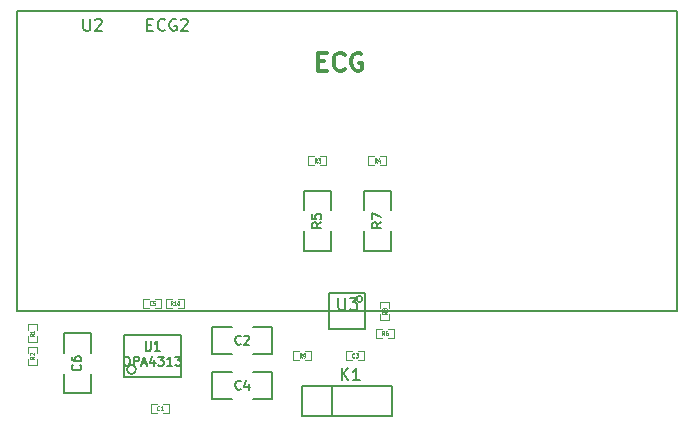
<source format=gto>
G04 (created by PCBNEW (2013-07-07 BZR 4022)-stable) date Friday 29 November 2013 01:10:28 PM IST*
%MOIN*%
G04 Gerber Fmt 3.4, Leading zero omitted, Abs format*
%FSLAX34Y34*%
G01*
G70*
G90*
G04 APERTURE LIST*
%ADD10C,0.00590551*%
%ADD11C,0.011811*%
%ADD12C,0.006*%
%ADD13C,0.008*%
%ADD14C,0.005*%
%ADD15C,0.0028*%
%ADD16C,0.0075*%
G04 APERTURE END LIST*
G54D10*
G54D11*
X26032Y-18679D02*
X26229Y-18679D01*
X26314Y-18989D02*
X26032Y-18989D01*
X26032Y-18398D01*
X26314Y-18398D01*
X26904Y-18932D02*
X26876Y-18960D01*
X26792Y-18989D01*
X26735Y-18989D01*
X26651Y-18960D01*
X26595Y-18904D01*
X26567Y-18848D01*
X26539Y-18735D01*
X26539Y-18651D01*
X26567Y-18539D01*
X26595Y-18482D01*
X26651Y-18426D01*
X26735Y-18398D01*
X26792Y-18398D01*
X26876Y-18426D01*
X26904Y-18454D01*
X27467Y-18426D02*
X27410Y-18398D01*
X27326Y-18398D01*
X27242Y-18426D01*
X27185Y-18482D01*
X27157Y-18539D01*
X27129Y-18651D01*
X27129Y-18735D01*
X27157Y-18848D01*
X27185Y-18904D01*
X27242Y-18960D01*
X27326Y-18989D01*
X27382Y-18989D01*
X27467Y-18960D01*
X27495Y-18932D01*
X27495Y-18735D01*
X27382Y-18735D01*
G54D12*
X27500Y-26600D02*
G75*
G03X27500Y-26600I-100J0D01*
G74*
G01*
X26400Y-26400D02*
X27600Y-26400D01*
X27600Y-26400D02*
X27600Y-27600D01*
X27600Y-27600D02*
X26400Y-27600D01*
X26400Y-27600D02*
X26400Y-26400D01*
G54D13*
X19550Y-27800D02*
X21450Y-27800D01*
X21450Y-27800D02*
X21450Y-29200D01*
X21450Y-29200D02*
X19550Y-29200D01*
X19550Y-29200D02*
X19550Y-27800D01*
X19950Y-28950D02*
G75*
G03X19950Y-28950I-150J0D01*
G74*
G01*
G54D14*
X24500Y-29950D02*
X24500Y-29050D01*
X24500Y-29050D02*
X23850Y-29050D01*
X23150Y-29950D02*
X22500Y-29950D01*
X22500Y-29950D02*
X22500Y-29050D01*
X22500Y-29050D02*
X23150Y-29050D01*
X23850Y-29950D02*
X24500Y-29950D01*
X22500Y-27550D02*
X22500Y-28450D01*
X22500Y-28450D02*
X23150Y-28450D01*
X23850Y-27550D02*
X24500Y-27550D01*
X24500Y-27550D02*
X24500Y-28450D01*
X24500Y-28450D02*
X23850Y-28450D01*
X23150Y-27550D02*
X22500Y-27550D01*
X27550Y-25000D02*
X28450Y-25000D01*
X28450Y-25000D02*
X28450Y-24350D01*
X27550Y-23650D02*
X27550Y-23000D01*
X27550Y-23000D02*
X28450Y-23000D01*
X28450Y-23000D02*
X28450Y-23650D01*
X27550Y-24350D02*
X27550Y-25000D01*
X25550Y-25000D02*
X26450Y-25000D01*
X26450Y-25000D02*
X26450Y-24350D01*
X25550Y-23650D02*
X25550Y-23000D01*
X25550Y-23000D02*
X26450Y-23000D01*
X26450Y-23000D02*
X26450Y-23650D01*
X25550Y-24350D02*
X25550Y-25000D01*
G54D15*
X25900Y-21850D02*
X25700Y-21850D01*
X25700Y-21850D02*
X25700Y-22150D01*
X25700Y-22150D02*
X25900Y-22150D01*
X26100Y-21850D02*
X26300Y-21850D01*
X26300Y-21850D02*
X26300Y-22150D01*
X26300Y-22150D02*
X26100Y-22150D01*
X21150Y-26600D02*
X20950Y-26600D01*
X20950Y-26600D02*
X20950Y-26900D01*
X20950Y-26900D02*
X21150Y-26900D01*
X21350Y-26600D02*
X21550Y-26600D01*
X21550Y-26600D02*
X21550Y-26900D01*
X21550Y-26900D02*
X21350Y-26900D01*
X25600Y-28650D02*
X25800Y-28650D01*
X25800Y-28650D02*
X25800Y-28350D01*
X25800Y-28350D02*
X25600Y-28350D01*
X25400Y-28650D02*
X25200Y-28650D01*
X25200Y-28650D02*
X25200Y-28350D01*
X25200Y-28350D02*
X25400Y-28350D01*
X28150Y-27600D02*
X27950Y-27600D01*
X27950Y-27600D02*
X27950Y-27900D01*
X27950Y-27900D02*
X28150Y-27900D01*
X28350Y-27600D02*
X28550Y-27600D01*
X28550Y-27600D02*
X28550Y-27900D01*
X28550Y-27900D02*
X28350Y-27900D01*
X28400Y-26900D02*
X28400Y-26700D01*
X28400Y-26700D02*
X28100Y-26700D01*
X28100Y-26700D02*
X28100Y-26900D01*
X28400Y-27100D02*
X28400Y-27300D01*
X28400Y-27300D02*
X28100Y-27300D01*
X28100Y-27300D02*
X28100Y-27100D01*
X28100Y-22150D02*
X28300Y-22150D01*
X28300Y-22150D02*
X28300Y-21850D01*
X28300Y-21850D02*
X28100Y-21850D01*
X27900Y-22150D02*
X27700Y-22150D01*
X27700Y-22150D02*
X27700Y-21850D01*
X27700Y-21850D02*
X27900Y-21850D01*
X16650Y-27650D02*
X16650Y-27450D01*
X16650Y-27450D02*
X16350Y-27450D01*
X16350Y-27450D02*
X16350Y-27650D01*
X16650Y-27850D02*
X16650Y-28050D01*
X16650Y-28050D02*
X16350Y-28050D01*
X16350Y-28050D02*
X16350Y-27850D01*
X16650Y-28400D02*
X16650Y-28200D01*
X16650Y-28200D02*
X16350Y-28200D01*
X16350Y-28200D02*
X16350Y-28400D01*
X16650Y-28600D02*
X16650Y-28800D01*
X16650Y-28800D02*
X16350Y-28800D01*
X16350Y-28800D02*
X16350Y-28600D01*
X27150Y-28350D02*
X26950Y-28350D01*
X26950Y-28350D02*
X26950Y-28650D01*
X26950Y-28650D02*
X27150Y-28650D01*
X27350Y-28350D02*
X27550Y-28350D01*
X27550Y-28350D02*
X27550Y-28650D01*
X27550Y-28650D02*
X27350Y-28650D01*
X20650Y-30100D02*
X20450Y-30100D01*
X20450Y-30100D02*
X20450Y-30400D01*
X20450Y-30400D02*
X20650Y-30400D01*
X20850Y-30100D02*
X21050Y-30100D01*
X21050Y-30100D02*
X21050Y-30400D01*
X21050Y-30400D02*
X20850Y-30400D01*
X20400Y-26600D02*
X20200Y-26600D01*
X20200Y-26600D02*
X20200Y-26900D01*
X20200Y-26900D02*
X20400Y-26900D01*
X20600Y-26600D02*
X20800Y-26600D01*
X20800Y-26600D02*
X20800Y-26900D01*
X20800Y-26900D02*
X20600Y-26900D01*
G54D12*
X25500Y-30500D02*
X25500Y-29500D01*
X25500Y-29500D02*
X28500Y-29500D01*
X28500Y-29500D02*
X28500Y-30500D01*
X28500Y-30500D02*
X25500Y-30500D01*
X26500Y-29500D02*
X26500Y-30500D01*
G54D14*
X18450Y-27750D02*
X17550Y-27750D01*
X17550Y-27750D02*
X17550Y-28400D01*
X18450Y-29100D02*
X18450Y-29750D01*
X18450Y-29750D02*
X17550Y-29750D01*
X17550Y-29750D02*
X17550Y-29100D01*
X18450Y-28400D02*
X18450Y-27750D01*
G54D10*
X16000Y-17000D02*
X38000Y-17000D01*
X38000Y-17000D02*
X38000Y-27000D01*
X38000Y-27000D02*
X16000Y-27000D01*
X16000Y-27000D02*
X16000Y-17000D01*
G54D12*
X26695Y-26561D02*
X26695Y-26885D01*
X26714Y-26923D01*
X26733Y-26942D01*
X26771Y-26961D01*
X26847Y-26961D01*
X26885Y-26942D01*
X26904Y-26923D01*
X26923Y-26885D01*
X26923Y-26561D01*
X27076Y-26561D02*
X27323Y-26561D01*
X27190Y-26714D01*
X27247Y-26714D01*
X27285Y-26733D01*
X27304Y-26752D01*
X27323Y-26790D01*
X27323Y-26885D01*
X27304Y-26923D01*
X27285Y-26942D01*
X27247Y-26961D01*
X27133Y-26961D01*
X27095Y-26942D01*
X27076Y-26923D01*
G54D16*
X20271Y-27991D02*
X20271Y-28275D01*
X20285Y-28308D01*
X20300Y-28325D01*
X20328Y-28341D01*
X20385Y-28341D01*
X20414Y-28325D01*
X20428Y-28308D01*
X20442Y-28275D01*
X20442Y-27991D01*
X20742Y-28341D02*
X20571Y-28341D01*
X20657Y-28341D02*
X20657Y-27991D01*
X20628Y-28041D01*
X20600Y-28075D01*
X20571Y-28091D01*
X19621Y-28521D02*
X19678Y-28521D01*
X19707Y-28535D01*
X19735Y-28564D01*
X19750Y-28621D01*
X19750Y-28721D01*
X19735Y-28778D01*
X19707Y-28807D01*
X19678Y-28821D01*
X19621Y-28821D01*
X19592Y-28807D01*
X19564Y-28778D01*
X19550Y-28721D01*
X19550Y-28621D01*
X19564Y-28564D01*
X19592Y-28535D01*
X19621Y-28521D01*
X19878Y-28821D02*
X19878Y-28521D01*
X19992Y-28521D01*
X20021Y-28535D01*
X20035Y-28550D01*
X20050Y-28578D01*
X20050Y-28621D01*
X20035Y-28650D01*
X20021Y-28664D01*
X19992Y-28678D01*
X19878Y-28678D01*
X20164Y-28735D02*
X20307Y-28735D01*
X20135Y-28821D02*
X20235Y-28521D01*
X20335Y-28821D01*
X20564Y-28621D02*
X20564Y-28821D01*
X20492Y-28507D02*
X20421Y-28721D01*
X20607Y-28721D01*
X20692Y-28521D02*
X20878Y-28521D01*
X20778Y-28635D01*
X20821Y-28635D01*
X20850Y-28650D01*
X20864Y-28664D01*
X20878Y-28692D01*
X20878Y-28764D01*
X20864Y-28792D01*
X20850Y-28807D01*
X20821Y-28821D01*
X20735Y-28821D01*
X20707Y-28807D01*
X20692Y-28792D01*
X21164Y-28821D02*
X20992Y-28821D01*
X21078Y-28821D02*
X21078Y-28521D01*
X21050Y-28564D01*
X21021Y-28592D01*
X20992Y-28607D01*
X21264Y-28521D02*
X21450Y-28521D01*
X21350Y-28635D01*
X21392Y-28635D01*
X21421Y-28650D01*
X21435Y-28664D01*
X21450Y-28692D01*
X21450Y-28764D01*
X21435Y-28792D01*
X21421Y-28807D01*
X21392Y-28821D01*
X21307Y-28821D01*
X21278Y-28807D01*
X21264Y-28792D01*
G54D14*
X23450Y-29592D02*
X23435Y-29607D01*
X23392Y-29621D01*
X23364Y-29621D01*
X23321Y-29607D01*
X23292Y-29578D01*
X23278Y-29550D01*
X23264Y-29492D01*
X23264Y-29450D01*
X23278Y-29392D01*
X23292Y-29364D01*
X23321Y-29335D01*
X23364Y-29321D01*
X23392Y-29321D01*
X23435Y-29335D01*
X23450Y-29350D01*
X23707Y-29421D02*
X23707Y-29621D01*
X23635Y-29307D02*
X23564Y-29521D01*
X23750Y-29521D01*
X23450Y-28092D02*
X23435Y-28107D01*
X23392Y-28121D01*
X23364Y-28121D01*
X23321Y-28107D01*
X23292Y-28078D01*
X23278Y-28050D01*
X23264Y-27992D01*
X23264Y-27950D01*
X23278Y-27892D01*
X23292Y-27864D01*
X23321Y-27835D01*
X23364Y-27821D01*
X23392Y-27821D01*
X23435Y-27835D01*
X23450Y-27850D01*
X23564Y-27850D02*
X23578Y-27835D01*
X23607Y-27821D01*
X23678Y-27821D01*
X23707Y-27835D01*
X23721Y-27850D01*
X23735Y-27878D01*
X23735Y-27907D01*
X23721Y-27950D01*
X23550Y-28121D01*
X23735Y-28121D01*
X28121Y-24050D02*
X27978Y-24150D01*
X28121Y-24221D02*
X27821Y-24221D01*
X27821Y-24107D01*
X27835Y-24078D01*
X27850Y-24064D01*
X27878Y-24050D01*
X27921Y-24050D01*
X27950Y-24064D01*
X27964Y-24078D01*
X27978Y-24107D01*
X27978Y-24221D01*
X27821Y-23950D02*
X27821Y-23750D01*
X28121Y-23878D01*
X26121Y-24050D02*
X25978Y-24150D01*
X26121Y-24221D02*
X25821Y-24221D01*
X25821Y-24107D01*
X25835Y-24078D01*
X25850Y-24064D01*
X25878Y-24050D01*
X25921Y-24050D01*
X25950Y-24064D01*
X25964Y-24078D01*
X25978Y-24107D01*
X25978Y-24221D01*
X25821Y-23778D02*
X25821Y-23921D01*
X25964Y-23935D01*
X25950Y-23921D01*
X25935Y-23892D01*
X25935Y-23821D01*
X25950Y-23792D01*
X25964Y-23778D01*
X25992Y-23764D01*
X26064Y-23764D01*
X26092Y-23778D01*
X26107Y-23792D01*
X26121Y-23821D01*
X26121Y-23892D01*
X26107Y-23921D01*
X26092Y-23935D01*
G54D15*
X25980Y-22055D02*
X25940Y-21990D01*
X25911Y-22055D02*
X25911Y-21917D01*
X25957Y-21917D01*
X25968Y-21924D01*
X25974Y-21931D01*
X25980Y-21944D01*
X25980Y-21963D01*
X25974Y-21977D01*
X25968Y-21983D01*
X25957Y-21990D01*
X25911Y-21990D01*
X26020Y-21917D02*
X26094Y-21917D01*
X26054Y-21970D01*
X26071Y-21970D01*
X26082Y-21977D01*
X26088Y-21983D01*
X26094Y-21996D01*
X26094Y-22029D01*
X26088Y-22042D01*
X26082Y-22049D01*
X26071Y-22055D01*
X26037Y-22055D01*
X26025Y-22049D01*
X26020Y-22042D01*
X21172Y-26805D02*
X21132Y-26740D01*
X21104Y-26805D02*
X21104Y-26667D01*
X21150Y-26667D01*
X21161Y-26674D01*
X21167Y-26681D01*
X21172Y-26694D01*
X21172Y-26713D01*
X21167Y-26727D01*
X21161Y-26733D01*
X21150Y-26740D01*
X21104Y-26740D01*
X21287Y-26805D02*
X21218Y-26805D01*
X21252Y-26805D02*
X21252Y-26667D01*
X21241Y-26687D01*
X21230Y-26700D01*
X21218Y-26707D01*
X21361Y-26667D02*
X21372Y-26667D01*
X21384Y-26674D01*
X21390Y-26681D01*
X21395Y-26694D01*
X21401Y-26720D01*
X21401Y-26753D01*
X21395Y-26779D01*
X21390Y-26792D01*
X21384Y-26799D01*
X21372Y-26805D01*
X21361Y-26805D01*
X21350Y-26799D01*
X21344Y-26792D01*
X21338Y-26779D01*
X21332Y-26753D01*
X21332Y-26720D01*
X21338Y-26694D01*
X21344Y-26681D01*
X21350Y-26674D01*
X21361Y-26667D01*
X25480Y-28555D02*
X25440Y-28490D01*
X25411Y-28555D02*
X25411Y-28417D01*
X25457Y-28417D01*
X25468Y-28424D01*
X25474Y-28431D01*
X25480Y-28444D01*
X25480Y-28463D01*
X25474Y-28477D01*
X25468Y-28483D01*
X25457Y-28490D01*
X25411Y-28490D01*
X25537Y-28555D02*
X25560Y-28555D01*
X25571Y-28549D01*
X25577Y-28542D01*
X25588Y-28523D01*
X25594Y-28496D01*
X25594Y-28444D01*
X25588Y-28431D01*
X25582Y-28424D01*
X25571Y-28417D01*
X25548Y-28417D01*
X25537Y-28424D01*
X25531Y-28431D01*
X25525Y-28444D01*
X25525Y-28477D01*
X25531Y-28490D01*
X25537Y-28496D01*
X25548Y-28503D01*
X25571Y-28503D01*
X25582Y-28496D01*
X25588Y-28490D01*
X25594Y-28477D01*
X28230Y-27805D02*
X28190Y-27740D01*
X28161Y-27805D02*
X28161Y-27667D01*
X28207Y-27667D01*
X28218Y-27674D01*
X28224Y-27681D01*
X28230Y-27694D01*
X28230Y-27713D01*
X28224Y-27727D01*
X28218Y-27733D01*
X28207Y-27740D01*
X28161Y-27740D01*
X28332Y-27667D02*
X28310Y-27667D01*
X28298Y-27674D01*
X28292Y-27681D01*
X28281Y-27700D01*
X28275Y-27727D01*
X28275Y-27779D01*
X28281Y-27792D01*
X28287Y-27799D01*
X28298Y-27805D01*
X28321Y-27805D01*
X28332Y-27799D01*
X28338Y-27792D01*
X28344Y-27779D01*
X28344Y-27746D01*
X28338Y-27733D01*
X28332Y-27727D01*
X28321Y-27720D01*
X28298Y-27720D01*
X28287Y-27727D01*
X28281Y-27733D01*
X28275Y-27746D01*
X28305Y-27020D02*
X28240Y-27060D01*
X28305Y-27088D02*
X28167Y-27088D01*
X28167Y-27042D01*
X28174Y-27031D01*
X28181Y-27025D01*
X28194Y-27020D01*
X28213Y-27020D01*
X28227Y-27025D01*
X28233Y-27031D01*
X28240Y-27042D01*
X28240Y-27088D01*
X28227Y-26951D02*
X28220Y-26962D01*
X28213Y-26968D01*
X28200Y-26974D01*
X28194Y-26974D01*
X28181Y-26968D01*
X28174Y-26962D01*
X28167Y-26951D01*
X28167Y-26928D01*
X28174Y-26917D01*
X28181Y-26911D01*
X28194Y-26905D01*
X28200Y-26905D01*
X28213Y-26911D01*
X28220Y-26917D01*
X28227Y-26928D01*
X28227Y-26951D01*
X28233Y-26962D01*
X28240Y-26968D01*
X28253Y-26974D01*
X28279Y-26974D01*
X28292Y-26968D01*
X28299Y-26962D01*
X28305Y-26951D01*
X28305Y-26928D01*
X28299Y-26917D01*
X28292Y-26911D01*
X28279Y-26905D01*
X28253Y-26905D01*
X28240Y-26911D01*
X28233Y-26917D01*
X28227Y-26928D01*
X27980Y-22055D02*
X27940Y-21990D01*
X27911Y-22055D02*
X27911Y-21917D01*
X27957Y-21917D01*
X27968Y-21924D01*
X27974Y-21931D01*
X27980Y-21944D01*
X27980Y-21963D01*
X27974Y-21977D01*
X27968Y-21983D01*
X27957Y-21990D01*
X27911Y-21990D01*
X28082Y-21963D02*
X28082Y-22055D01*
X28054Y-21911D02*
X28025Y-22009D01*
X28100Y-22009D01*
X16555Y-27770D02*
X16490Y-27810D01*
X16555Y-27838D02*
X16417Y-27838D01*
X16417Y-27792D01*
X16424Y-27781D01*
X16431Y-27775D01*
X16444Y-27770D01*
X16463Y-27770D01*
X16477Y-27775D01*
X16483Y-27781D01*
X16490Y-27792D01*
X16490Y-27838D01*
X16555Y-27655D02*
X16555Y-27724D01*
X16555Y-27690D02*
X16417Y-27690D01*
X16437Y-27701D01*
X16450Y-27712D01*
X16457Y-27724D01*
X16555Y-28520D02*
X16490Y-28560D01*
X16555Y-28588D02*
X16417Y-28588D01*
X16417Y-28542D01*
X16424Y-28531D01*
X16431Y-28525D01*
X16444Y-28520D01*
X16463Y-28520D01*
X16477Y-28525D01*
X16483Y-28531D01*
X16490Y-28542D01*
X16490Y-28588D01*
X16431Y-28474D02*
X16424Y-28468D01*
X16417Y-28457D01*
X16417Y-28428D01*
X16424Y-28417D01*
X16431Y-28411D01*
X16444Y-28405D01*
X16457Y-28405D01*
X16477Y-28411D01*
X16555Y-28480D01*
X16555Y-28405D01*
X27230Y-28542D02*
X27224Y-28549D01*
X27207Y-28555D01*
X27195Y-28555D01*
X27178Y-28549D01*
X27167Y-28536D01*
X27161Y-28523D01*
X27155Y-28496D01*
X27155Y-28477D01*
X27161Y-28450D01*
X27167Y-28437D01*
X27178Y-28424D01*
X27195Y-28417D01*
X27207Y-28417D01*
X27224Y-28424D01*
X27230Y-28431D01*
X27270Y-28417D02*
X27344Y-28417D01*
X27304Y-28470D01*
X27321Y-28470D01*
X27332Y-28477D01*
X27338Y-28483D01*
X27344Y-28496D01*
X27344Y-28529D01*
X27338Y-28542D01*
X27332Y-28549D01*
X27321Y-28555D01*
X27287Y-28555D01*
X27275Y-28549D01*
X27270Y-28542D01*
X20730Y-30292D02*
X20724Y-30299D01*
X20707Y-30305D01*
X20695Y-30305D01*
X20678Y-30299D01*
X20667Y-30286D01*
X20661Y-30273D01*
X20655Y-30246D01*
X20655Y-30227D01*
X20661Y-30200D01*
X20667Y-30187D01*
X20678Y-30174D01*
X20695Y-30167D01*
X20707Y-30167D01*
X20724Y-30174D01*
X20730Y-30181D01*
X20844Y-30305D02*
X20775Y-30305D01*
X20810Y-30305D02*
X20810Y-30167D01*
X20798Y-30187D01*
X20787Y-30200D01*
X20775Y-30207D01*
X20480Y-26792D02*
X20474Y-26799D01*
X20457Y-26805D01*
X20445Y-26805D01*
X20428Y-26799D01*
X20417Y-26786D01*
X20411Y-26773D01*
X20405Y-26746D01*
X20405Y-26727D01*
X20411Y-26700D01*
X20417Y-26687D01*
X20428Y-26674D01*
X20445Y-26667D01*
X20457Y-26667D01*
X20474Y-26674D01*
X20480Y-26681D01*
X20588Y-26667D02*
X20531Y-26667D01*
X20525Y-26733D01*
X20531Y-26727D01*
X20542Y-26720D01*
X20571Y-26720D01*
X20582Y-26727D01*
X20588Y-26733D01*
X20594Y-26746D01*
X20594Y-26779D01*
X20588Y-26792D01*
X20582Y-26799D01*
X20571Y-26805D01*
X20542Y-26805D01*
X20531Y-26799D01*
X20525Y-26792D01*
G54D12*
X26804Y-29311D02*
X26804Y-28911D01*
X27033Y-29311D02*
X26861Y-29083D01*
X27033Y-28911D02*
X26804Y-29140D01*
X27414Y-29311D02*
X27185Y-29311D01*
X27300Y-29311D02*
X27300Y-28911D01*
X27261Y-28969D01*
X27223Y-29007D01*
X27185Y-29026D01*
G54D14*
X18092Y-28800D02*
X18107Y-28814D01*
X18121Y-28857D01*
X18121Y-28885D01*
X18107Y-28928D01*
X18078Y-28957D01*
X18050Y-28971D01*
X17992Y-28985D01*
X17950Y-28985D01*
X17892Y-28971D01*
X17864Y-28957D01*
X17835Y-28928D01*
X17821Y-28885D01*
X17821Y-28857D01*
X17835Y-28814D01*
X17850Y-28800D01*
X17821Y-28542D02*
X17821Y-28600D01*
X17835Y-28628D01*
X17850Y-28642D01*
X17892Y-28671D01*
X17950Y-28685D01*
X18064Y-28685D01*
X18092Y-28671D01*
X18107Y-28657D01*
X18121Y-28628D01*
X18121Y-28571D01*
X18107Y-28542D01*
X18092Y-28528D01*
X18064Y-28514D01*
X17992Y-28514D01*
X17964Y-28528D01*
X17950Y-28542D01*
X17935Y-28571D01*
X17935Y-28628D01*
X17950Y-28657D01*
X17964Y-28671D01*
X17992Y-28685D01*
G54D10*
X18200Y-17265D02*
X18200Y-17584D01*
X18218Y-17621D01*
X18237Y-17640D01*
X18275Y-17659D01*
X18350Y-17659D01*
X18387Y-17640D01*
X18406Y-17621D01*
X18425Y-17584D01*
X18425Y-17265D01*
X18593Y-17303D02*
X18612Y-17284D01*
X18649Y-17265D01*
X18743Y-17265D01*
X18781Y-17284D01*
X18799Y-17303D01*
X18818Y-17340D01*
X18818Y-17378D01*
X18799Y-17434D01*
X18574Y-17659D01*
X18818Y-17659D01*
X20334Y-17453D02*
X20465Y-17453D01*
X20521Y-17659D02*
X20334Y-17659D01*
X20334Y-17265D01*
X20521Y-17265D01*
X20915Y-17621D02*
X20896Y-17640D01*
X20840Y-17659D01*
X20803Y-17659D01*
X20746Y-17640D01*
X20709Y-17603D01*
X20690Y-17565D01*
X20671Y-17490D01*
X20671Y-17434D01*
X20690Y-17359D01*
X20709Y-17321D01*
X20746Y-17284D01*
X20803Y-17265D01*
X20840Y-17265D01*
X20896Y-17284D01*
X20915Y-17303D01*
X21290Y-17284D02*
X21253Y-17265D01*
X21196Y-17265D01*
X21140Y-17284D01*
X21103Y-17321D01*
X21084Y-17359D01*
X21065Y-17434D01*
X21065Y-17490D01*
X21084Y-17565D01*
X21103Y-17603D01*
X21140Y-17640D01*
X21196Y-17659D01*
X21234Y-17659D01*
X21290Y-17640D01*
X21309Y-17621D01*
X21309Y-17490D01*
X21234Y-17490D01*
X21459Y-17303D02*
X21478Y-17284D01*
X21515Y-17265D01*
X21609Y-17265D01*
X21646Y-17284D01*
X21665Y-17303D01*
X21684Y-17340D01*
X21684Y-17378D01*
X21665Y-17434D01*
X21440Y-17659D01*
X21684Y-17659D01*
M02*

</source>
